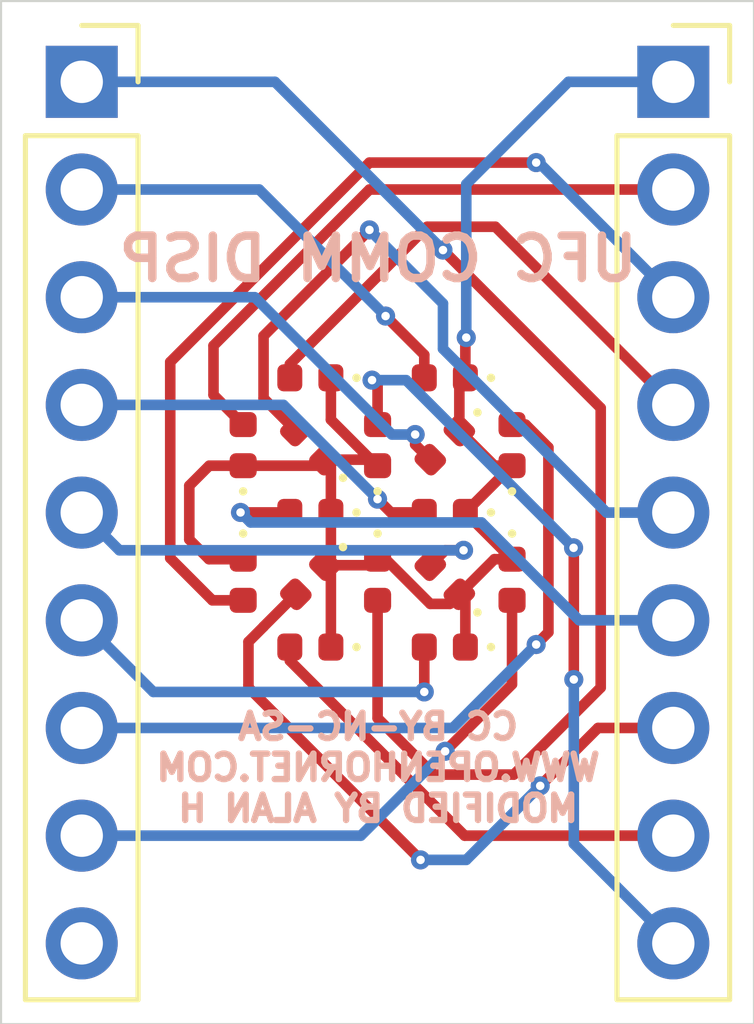
<source format=kicad_pcb>
(kicad_pcb (version 20171130) (host pcbnew "(5.1.9)-1")

  (general
    (thickness 1.6)
    (drawings 6)
    (tracks 150)
    (zones 0)
    (modules 18)
    (nets 19)
  )

  (page A4)
  (layers
    (0 F.Cu signal)
    (31 B.Cu signal)
    (32 B.Adhes user)
    (33 F.Adhes user)
    (34 B.Paste user)
    (35 F.Paste user)
    (36 B.SilkS user)
    (37 F.SilkS user)
    (38 B.Mask user)
    (39 F.Mask user)
    (40 Dwgs.User user)
    (41 Cmts.User user)
    (42 Eco1.User user)
    (43 Eco2.User user)
    (44 Edge.Cuts user)
    (45 Margin user)
    (46 B.CrtYd user)
    (47 F.CrtYd user)
    (48 B.Fab user)
    (49 F.Fab user)
  )

  (setup
    (last_trace_width 0.25)
    (user_trace_width 0.1524)
    (user_trace_width 0.2032)
    (user_trace_width 0.3048)
    (user_trace_width 0.4572)
    (user_trace_width 0.1524)
    (user_trace_width 0.2032)
    (user_trace_width 0.3048)
    (user_trace_width 0.4572)
    (trace_clearance 0.2)
    (zone_clearance 0.508)
    (zone_45_only no)
    (trace_min 0.127)
    (via_size 0.8)
    (via_drill 0.4)
    (via_min_size 0.45)
    (via_min_drill 0.2)
    (user_via 0.45 0.2)
    (user_via 0.45 0.2)
    (uvia_size 0.3)
    (uvia_drill 0.1)
    (uvias_allowed no)
    (uvia_min_size 0.2)
    (uvia_min_drill 0.1)
    (edge_width 0.05)
    (segment_width 0.2)
    (pcb_text_width 0.3)
    (pcb_text_size 1.5 1.5)
    (mod_edge_width 0.12)
    (mod_text_size 1 1)
    (mod_text_width 0.15)
    (pad_size 0.59 0.64)
    (pad_drill 0)
    (pad_to_mask_clearance 0.051)
    (solder_mask_min_width 0.25)
    (aux_axis_origin 151.945 52.19)
    (grid_origin 151.945 52.19)
    (visible_elements 7FFFFFDF)
    (pcbplotparams
      (layerselection 0x010fc_ffffffff)
      (usegerberextensions false)
      (usegerberattributes false)
      (usegerberadvancedattributes false)
      (creategerberjobfile false)
      (excludeedgelayer true)
      (linewidth 0.100000)
      (plotframeref false)
      (viasonmask false)
      (mode 1)
      (useauxorigin false)
      (hpglpennumber 1)
      (hpglpenspeed 20)
      (hpglpendiameter 15.000000)
      (psnegative false)
      (psa4output false)
      (plotreference true)
      (plotvalue true)
      (plotinvisibletext false)
      (padsonsilk false)
      (subtractmaskfromsilk false)
      (outputformat 1)
      (mirror false)
      (drillshape 0)
      (scaleselection 1)
      (outputdirectory "gerbers"))
  )

  (net 0 "")
  (net 1 /COM)
  (net 2 /SEGA)
  (net 3 /SEGB)
  (net 4 /SEGC)
  (net 5 /SEGD)
  (net 6 /SEGE)
  (net 7 /SEGF)
  (net 8 /SEGG)
  (net 9 /SEGH)
  (net 10 /SEGJ)
  (net 11 /SEGK)
  (net 12 /SEGL)
  (net 13 /SEGM)
  (net 14 /SEGN)
  (net 15 /SEGP)
  (net 16 /SEGQ)
  (net 17 /SEGDP)
  (net 18 "Net-(J2-Pad9)")

  (net_class Default "This is the default net class."
    (clearance 0.2)
    (trace_width 0.25)
    (via_dia 0.8)
    (via_drill 0.4)
    (uvia_dia 0.3)
    (uvia_drill 0.1)
    (add_net /COM)
    (add_net /SEGA)
    (add_net /SEGB)
    (add_net /SEGC)
    (add_net /SEGD)
    (add_net /SEGDP)
    (add_net /SEGE)
    (add_net /SEGF)
    (add_net /SEGG)
    (add_net /SEGH)
    (add_net /SEGJ)
    (add_net /SEGK)
    (add_net /SEGL)
    (add_net /SEGM)
    (add_net /SEGN)
    (add_net /SEGP)
    (add_net /SEGQ)
    (add_net "Net-(J2-Pad9)")
  )

  (module LED_SMD:LED_0402_1005Metric (layer F.Cu) (tedit 5B301BBE) (tstamp 5FB85027)
    (at 160.519 55.9965 180)
    (descr "LED SMD 0402 (1005 Metric), square (rectangular) end terminal, IPC_7351 nominal, (Body size source: http://www.tortai-tech.com/upload/download/2011102023233369053.pdf), generated with kicad-footprint-generator")
    (tags LED)
    (path /5FB5EA18)
    (attr smd)
    (fp_text reference D10 (at 0 -1.17) (layer F.SilkS) hide
      (effects (font (size 1 1) (thickness 0.15)))
    )
    (fp_text value LED (at 0 1.17) (layer F.Fab)
      (effects (font (size 1 1) (thickness 0.15)))
    )
    (fp_circle (center -1.09 0) (end -1.04 0) (layer F.SilkS) (width 0.1))
    (fp_line (start -0.5 0.25) (end -0.5 -0.25) (layer F.Fab) (width 0.1))
    (fp_line (start -0.5 -0.25) (end 0.5 -0.25) (layer F.Fab) (width 0.1))
    (fp_line (start 0.5 -0.25) (end 0.5 0.25) (layer F.Fab) (width 0.1))
    (fp_line (start 0.5 0.25) (end -0.5 0.25) (layer F.Fab) (width 0.1))
    (fp_line (start -0.4 0.25) (end -0.4 -0.25) (layer F.Fab) (width 0.1))
    (fp_line (start -0.3 0.25) (end -0.3 -0.25) (layer F.Fab) (width 0.1))
    (fp_line (start -0.93 0.47) (end -0.93 -0.47) (layer F.CrtYd) (width 0.05))
    (fp_line (start -0.93 -0.47) (end 0.93 -0.47) (layer F.CrtYd) (width 0.05))
    (fp_line (start 0.93 -0.47) (end 0.93 0.47) (layer F.CrtYd) (width 0.05))
    (fp_line (start 0.93 0.47) (end -0.93 0.47) (layer F.CrtYd) (width 0.05))
    (fp_text user %R (at 0 0) (layer F.Fab)
      (effects (font (size 0.25 0.25) (thickness 0.04)))
    )
    (pad 1 smd roundrect (at -0.485 0 180) (size 0.59 0.64) (layers F.Cu F.Paste F.Mask) (roundrect_rratio 0.25)
      (net 1 /COM))
    (pad 2 smd roundrect (at 0.485 0 180) (size 0.59 0.64) (layers F.Cu F.Paste F.Mask) (roundrect_rratio 0.25)
      (net 11 /SEGK))
    (model ${KISYS3DMOD}/LED_SMD.3dshapes/LED_0402_1005Metric.wrl
      (at (xyz 0 0 0))
      (scale (xyz 1 1 1))
      (rotate (xyz 0 0 0))
    )
  )

  (module Connector_PinSocket_2.54mm:PinSocket_1x09_P2.54mm_Vertical (layer F.Cu) (tedit 5A19A431) (tstamp 609C29DA)
    (at 151.945 49.015)
    (descr "Through hole straight socket strip, 1x09, 2.54mm pitch, single row (from Kicad 4.0.7), script generated")
    (tags "Through hole socket strip THT 1x09 2.54mm single row")
    (path /609EC839)
    (fp_text reference J2 (at 0 -2.77) (layer F.SilkS)
      (effects (font (size 1 1) (thickness 0.15)))
    )
    (fp_text value Conn_01x09_Male (at 0 23.09) (layer F.Fab)
      (effects (font (size 1 1) (thickness 0.15)))
    )
    (fp_line (start -1.8 22.1) (end -1.8 -1.8) (layer F.CrtYd) (width 0.05))
    (fp_line (start 1.75 22.1) (end -1.8 22.1) (layer F.CrtYd) (width 0.05))
    (fp_line (start 1.75 -1.8) (end 1.75 22.1) (layer F.CrtYd) (width 0.05))
    (fp_line (start -1.8 -1.8) (end 1.75 -1.8) (layer F.CrtYd) (width 0.05))
    (fp_line (start 0 -1.33) (end 1.33 -1.33) (layer F.SilkS) (width 0.12))
    (fp_line (start 1.33 -1.33) (end 1.33 0) (layer F.SilkS) (width 0.12))
    (fp_line (start 1.33 1.27) (end 1.33 21.65) (layer F.SilkS) (width 0.12))
    (fp_line (start -1.33 21.65) (end 1.33 21.65) (layer F.SilkS) (width 0.12))
    (fp_line (start -1.33 1.27) (end -1.33 21.65) (layer F.SilkS) (width 0.12))
    (fp_line (start -1.33 1.27) (end 1.33 1.27) (layer F.SilkS) (width 0.12))
    (fp_line (start -1.27 21.59) (end -1.27 -1.27) (layer F.Fab) (width 0.1))
    (fp_line (start 1.27 21.59) (end -1.27 21.59) (layer F.Fab) (width 0.1))
    (fp_line (start 1.27 -0.635) (end 1.27 21.59) (layer F.Fab) (width 0.1))
    (fp_line (start 0.635 -1.27) (end 1.27 -0.635) (layer F.Fab) (width 0.1))
    (fp_line (start -1.27 -1.27) (end 0.635 -1.27) (layer F.Fab) (width 0.1))
    (fp_text user %R (at 0 10.16 90) (layer F.Fab)
      (effects (font (size 1 1) (thickness 0.15)))
    )
    (pad 9 thru_hole oval (at 0 20.32) (size 1.7 1.7) (drill 1) (layers *.Cu *.Mask)
      (net 18 "Net-(J2-Pad9)"))
    (pad 8 thru_hole oval (at 0 17.78) (size 1.7 1.7) (drill 1) (layers *.Cu *.Mask)
      (net 17 /SEGDP))
    (pad 7 thru_hole oval (at 0 15.24) (size 1.7 1.7) (drill 1) (layers *.Cu *.Mask)
      (net 16 /SEGQ))
    (pad 6 thru_hole oval (at 0 12.7) (size 1.7 1.7) (drill 1) (layers *.Cu *.Mask)
      (net 15 /SEGP))
    (pad 5 thru_hole oval (at 0 10.16) (size 1.7 1.7) (drill 1) (layers *.Cu *.Mask)
      (net 14 /SEGN))
    (pad 4 thru_hole oval (at 0 7.62) (size 1.7 1.7) (drill 1) (layers *.Cu *.Mask)
      (net 13 /SEGM))
    (pad 3 thru_hole oval (at 0 5.08) (size 1.7 1.7) (drill 1) (layers *.Cu *.Mask)
      (net 12 /SEGL))
    (pad 2 thru_hole oval (at 0 2.54) (size 1.7 1.7) (drill 1) (layers *.Cu *.Mask)
      (net 11 /SEGK))
    (pad 1 thru_hole rect (at 0 0) (size 1.7 1.7) (drill 1) (layers *.Cu *.Mask)
      (net 10 /SEGJ))
    (model ${KISYS3DMOD}/Connector_PinSocket_2.54mm.3dshapes/PinSocket_1x09_P2.54mm_Vertical.wrl
      (at (xyz 0 0 0))
      (scale (xyz 1 1 1))
      (rotate (xyz 0 0 0))
    )
  )

  (module Connector_PinSocket_2.54mm:PinSocket_1x09_P2.54mm_Vertical (layer F.Cu) (tedit 5A19A431) (tstamp 609C29BD)
    (at 165.915 49.015)
    (descr "Through hole straight socket strip, 1x09, 2.54mm pitch, single row (from Kicad 4.0.7), script generated")
    (tags "Through hole socket strip THT 1x09 2.54mm single row")
    (path /609EAB08)
    (fp_text reference J1 (at 0 -2.77) (layer F.SilkS)
      (effects (font (size 1 1) (thickness 0.15)))
    )
    (fp_text value Conn_01x09_Male (at 0 23.09) (layer F.Fab)
      (effects (font (size 1 1) (thickness 0.15)))
    )
    (fp_line (start -1.8 22.1) (end -1.8 -1.8) (layer F.CrtYd) (width 0.05))
    (fp_line (start 1.75 22.1) (end -1.8 22.1) (layer F.CrtYd) (width 0.05))
    (fp_line (start 1.75 -1.8) (end 1.75 22.1) (layer F.CrtYd) (width 0.05))
    (fp_line (start -1.8 -1.8) (end 1.75 -1.8) (layer F.CrtYd) (width 0.05))
    (fp_line (start 0 -1.33) (end 1.33 -1.33) (layer F.SilkS) (width 0.12))
    (fp_line (start 1.33 -1.33) (end 1.33 0) (layer F.SilkS) (width 0.12))
    (fp_line (start 1.33 1.27) (end 1.33 21.65) (layer F.SilkS) (width 0.12))
    (fp_line (start -1.33 21.65) (end 1.33 21.65) (layer F.SilkS) (width 0.12))
    (fp_line (start -1.33 1.27) (end -1.33 21.65) (layer F.SilkS) (width 0.12))
    (fp_line (start -1.33 1.27) (end 1.33 1.27) (layer F.SilkS) (width 0.12))
    (fp_line (start -1.27 21.59) (end -1.27 -1.27) (layer F.Fab) (width 0.1))
    (fp_line (start 1.27 21.59) (end -1.27 21.59) (layer F.Fab) (width 0.1))
    (fp_line (start 1.27 -0.635) (end 1.27 21.59) (layer F.Fab) (width 0.1))
    (fp_line (start 0.635 -1.27) (end 1.27 -0.635) (layer F.Fab) (width 0.1))
    (fp_line (start -1.27 -1.27) (end 0.635 -1.27) (layer F.Fab) (width 0.1))
    (fp_text user %R (at 0 10.16 90) (layer F.Fab)
      (effects (font (size 1 1) (thickness 0.15)))
    )
    (pad 9 thru_hole oval (at 0 20.32) (size 1.7 1.7) (drill 1) (layers *.Cu *.Mask)
      (net 9 /SEGH))
    (pad 8 thru_hole oval (at 0 17.78) (size 1.7 1.7) (drill 1) (layers *.Cu *.Mask)
      (net 8 /SEGG))
    (pad 7 thru_hole oval (at 0 15.24) (size 1.7 1.7) (drill 1) (layers *.Cu *.Mask)
      (net 7 /SEGF))
    (pad 6 thru_hole oval (at 0 12.7) (size 1.7 1.7) (drill 1) (layers *.Cu *.Mask)
      (net 6 /SEGE))
    (pad 5 thru_hole oval (at 0 10.16) (size 1.7 1.7) (drill 1) (layers *.Cu *.Mask)
      (net 5 /SEGD))
    (pad 4 thru_hole oval (at 0 7.62) (size 1.7 1.7) (drill 1) (layers *.Cu *.Mask)
      (net 4 /SEGC))
    (pad 3 thru_hole oval (at 0 5.08) (size 1.7 1.7) (drill 1) (layers *.Cu *.Mask)
      (net 3 /SEGB))
    (pad 2 thru_hole oval (at 0 2.54) (size 1.7 1.7) (drill 1) (layers *.Cu *.Mask)
      (net 2 /SEGA))
    (pad 1 thru_hole rect (at 0 0) (size 1.7 1.7) (drill 1) (layers *.Cu *.Mask)
      (net 1 /COM))
    (model ${KISYS3DMOD}/Connector_PinSocket_2.54mm.3dshapes/PinSocket_1x09_P2.54mm_Vertical.wrl
      (at (xyz 0 0 0))
      (scale (xyz 1 1 1))
      (rotate (xyz 0 0 0))
    )
  )

  (module LED_SMD:LED_0402_1005Metric (layer F.Cu) (tedit 5B301BBE) (tstamp 5FB850D1)
    (at 162.1065 60.759 270)
    (descr "LED SMD 0402 (1005 Metric), square (rectangular) end terminal, IPC_7351 nominal, (Body size source: http://www.tortai-tech.com/upload/download/2011102023233369053.pdf), generated with kicad-footprint-generator")
    (tags LED)
    (path /5FB5EA60)
    (attr smd)
    (fp_text reference D16 (at 0 -1.17 90) (layer F.SilkS) hide
      (effects (font (size 1 1) (thickness 0.15)))
    )
    (fp_text value LED (at 0 1.17 90) (layer F.Fab)
      (effects (font (size 1 1) (thickness 0.15)))
    )
    (fp_circle (center -1.09 0) (end -1.04 0) (layer F.SilkS) (width 0.1))
    (fp_line (start -0.5 0.25) (end -0.5 -0.25) (layer F.Fab) (width 0.1))
    (fp_line (start -0.5 -0.25) (end 0.5 -0.25) (layer F.Fab) (width 0.1))
    (fp_line (start 0.5 -0.25) (end 0.5 0.25) (layer F.Fab) (width 0.1))
    (fp_line (start 0.5 0.25) (end -0.5 0.25) (layer F.Fab) (width 0.1))
    (fp_line (start -0.4 0.25) (end -0.4 -0.25) (layer F.Fab) (width 0.1))
    (fp_line (start -0.3 0.25) (end -0.3 -0.25) (layer F.Fab) (width 0.1))
    (fp_line (start -0.93 0.47) (end -0.93 -0.47) (layer F.CrtYd) (width 0.05))
    (fp_line (start -0.93 -0.47) (end 0.93 -0.47) (layer F.CrtYd) (width 0.05))
    (fp_line (start 0.93 -0.47) (end 0.93 0.47) (layer F.CrtYd) (width 0.05))
    (fp_line (start 0.93 0.47) (end -0.93 0.47) (layer F.CrtYd) (width 0.05))
    (fp_text user %R (at 0 0 90) (layer F.Fab)
      (effects (font (size 0.25 0.25) (thickness 0.04)))
    )
    (pad 1 smd roundrect (at -0.485 0 270) (size 0.59 0.64) (layers F.Cu F.Paste F.Mask) (roundrect_rratio 0.25)
      (net 1 /COM))
    (pad 2 smd roundrect (at 0.485 0 270) (size 0.59 0.64) (layers F.Cu F.Paste F.Mask) (roundrect_rratio 0.25)
      (net 17 /SEGDP))
    (model ${KISYS3DMOD}/LED_SMD.3dshapes/LED_0402_1005Metric.wrl
      (at (xyz 0 0 0))
      (scale (xyz 1 1 1))
      (rotate (xyz 0 0 0))
    )
  )

  (module LED_SMD:LED_0402_1005Metric (layer F.Cu) (tedit 5B301BBE) (tstamp 5FB850C0)
    (at 160.519 62.3465 180)
    (descr "LED SMD 0402 (1005 Metric), square (rectangular) end terminal, IPC_7351 nominal, (Body size source: http://www.tortai-tech.com/upload/download/2011102023233369053.pdf), generated with kicad-footprint-generator")
    (tags LED)
    (path /5FB5EA48)
    (attr smd)
    (fp_text reference D14 (at 0 -1.17) (layer F.SilkS) hide
      (effects (font (size 1 1) (thickness 0.15)))
    )
    (fp_text value LED (at 0 1.17) (layer F.Fab)
      (effects (font (size 1 1) (thickness 0.15)))
    )
    (fp_circle (center -1.09 0) (end -1.04 0) (layer F.SilkS) (width 0.1))
    (fp_line (start -0.5 0.25) (end -0.5 -0.25) (layer F.Fab) (width 0.1))
    (fp_line (start -0.5 -0.25) (end 0.5 -0.25) (layer F.Fab) (width 0.1))
    (fp_line (start 0.5 -0.25) (end 0.5 0.25) (layer F.Fab) (width 0.1))
    (fp_line (start 0.5 0.25) (end -0.5 0.25) (layer F.Fab) (width 0.1))
    (fp_line (start -0.4 0.25) (end -0.4 -0.25) (layer F.Fab) (width 0.1))
    (fp_line (start -0.3 0.25) (end -0.3 -0.25) (layer F.Fab) (width 0.1))
    (fp_line (start -0.93 0.47) (end -0.93 -0.47) (layer F.CrtYd) (width 0.05))
    (fp_line (start -0.93 -0.47) (end 0.93 -0.47) (layer F.CrtYd) (width 0.05))
    (fp_line (start 0.93 -0.47) (end 0.93 0.47) (layer F.CrtYd) (width 0.05))
    (fp_line (start 0.93 0.47) (end -0.93 0.47) (layer F.CrtYd) (width 0.05))
    (fp_text user %R (at 0 0) (layer F.Fab)
      (effects (font (size 0.25 0.25) (thickness 0.04)))
    )
    (pad 1 smd roundrect (at -0.485 0 180) (size 0.59 0.64) (layers F.Cu F.Paste F.Mask) (roundrect_rratio 0.25)
      (net 1 /COM))
    (pad 2 smd roundrect (at 0.485 0 180) (size 0.59 0.64) (layers F.Cu F.Paste F.Mask) (roundrect_rratio 0.25)
      (net 15 /SEGP))
    (model ${KISYS3DMOD}/LED_SMD.3dshapes/LED_0402_1005Metric.wrl
      (at (xyz 0 0 0))
      (scale (xyz 1 1 1))
      (rotate (xyz 0 0 0))
    )
  )

  (module LED_SMD:LED_0402_1005Metric (layer F.Cu) (tedit 5B301BBE) (tstamp 5FB850AF)
    (at 160.519 60.759 135)
    (descr "LED SMD 0402 (1005 Metric), square (rectangular) end terminal, IPC_7351 nominal, (Body size source: http://www.tortai-tech.com/upload/download/2011102023233369053.pdf), generated with kicad-footprint-generator")
    (tags LED)
    (path /5FB5EA3C)
    (attr smd)
    (fp_text reference D13 (at 0 -1.17 135) (layer F.SilkS) hide
      (effects (font (size 1 1) (thickness 0.15)))
    )
    (fp_text value LED (at 0 1.17 135) (layer F.Fab)
      (effects (font (size 1 1) (thickness 0.15)))
    )
    (fp_line (start 0.93 0.47) (end -0.93 0.47) (layer F.CrtYd) (width 0.05))
    (fp_line (start 0.93 -0.47) (end 0.93 0.47) (layer F.CrtYd) (width 0.05))
    (fp_line (start -0.93 -0.47) (end 0.93 -0.47) (layer F.CrtYd) (width 0.05))
    (fp_line (start -0.93 0.47) (end -0.93 -0.47) (layer F.CrtYd) (width 0.05))
    (fp_line (start -0.3 0.25) (end -0.3 -0.25) (layer F.Fab) (width 0.1))
    (fp_line (start -0.4 0.25) (end -0.4 -0.25) (layer F.Fab) (width 0.1))
    (fp_line (start 0.5 0.25) (end -0.5 0.25) (layer F.Fab) (width 0.1))
    (fp_line (start 0.5 -0.25) (end 0.5 0.25) (layer F.Fab) (width 0.1))
    (fp_line (start -0.5 -0.25) (end 0.5 -0.25) (layer F.Fab) (width 0.1))
    (fp_line (start -0.5 0.25) (end -0.5 -0.25) (layer F.Fab) (width 0.1))
    (fp_circle (center -1.09 0) (end -1.04 0) (layer F.SilkS) (width 0.1))
    (fp_text user %R (at 0 0 135) (layer F.Fab)
      (effects (font (size 0.25 0.25) (thickness 0.04)))
    )
    (pad 2 smd roundrect (at 0.485 0 135) (size 0.59 0.64) (layers F.Cu F.Paste F.Mask) (roundrect_rratio 0.25)
      (net 14 /SEGN))
    (pad 1 smd roundrect (at -0.485 0 135) (size 0.59 0.64) (layers F.Cu F.Paste F.Mask) (roundrect_rratio 0.25)
      (net 1 /COM))
    (model ${KISYS3DMOD}/LED_SMD.3dshapes/LED_0402_1005Metric.wrl
      (at (xyz 0 0 0))
      (scale (xyz 1 1 1))
      (rotate (xyz 0 0 0))
    )
  )

  (module LED_SMD:LED_0402_1005Metric (layer F.Cu) (tedit 5B301BBE) (tstamp 5FB8509E)
    (at 155.7565 60.759 270)
    (descr "LED SMD 0402 (1005 Metric), square (rectangular) end terminal, IPC_7351 nominal, (Body size source: http://www.tortai-tech.com/upload/download/2011102023233369053.pdf), generated with kicad-footprint-generator")
    (tags LED)
    (path /5FB5A1A3)
    (attr smd)
    (fp_text reference D2 (at 0 -1.17 90) (layer F.SilkS) hide
      (effects (font (size 1 1) (thickness 0.15)))
    )
    (fp_text value LED (at 0 1.17 90) (layer F.Fab)
      (effects (font (size 1 1) (thickness 0.15)))
    )
    (fp_circle (center -1.09 0) (end -1.04 0) (layer F.SilkS) (width 0.1))
    (fp_line (start -0.5 0.25) (end -0.5 -0.25) (layer F.Fab) (width 0.1))
    (fp_line (start -0.5 -0.25) (end 0.5 -0.25) (layer F.Fab) (width 0.1))
    (fp_line (start 0.5 -0.25) (end 0.5 0.25) (layer F.Fab) (width 0.1))
    (fp_line (start 0.5 0.25) (end -0.5 0.25) (layer F.Fab) (width 0.1))
    (fp_line (start -0.4 0.25) (end -0.4 -0.25) (layer F.Fab) (width 0.1))
    (fp_line (start -0.3 0.25) (end -0.3 -0.25) (layer F.Fab) (width 0.1))
    (fp_line (start -0.93 0.47) (end -0.93 -0.47) (layer F.CrtYd) (width 0.05))
    (fp_line (start -0.93 -0.47) (end 0.93 -0.47) (layer F.CrtYd) (width 0.05))
    (fp_line (start 0.93 -0.47) (end 0.93 0.47) (layer F.CrtYd) (width 0.05))
    (fp_line (start 0.93 0.47) (end -0.93 0.47) (layer F.CrtYd) (width 0.05))
    (fp_text user %R (at 0 0 90) (layer F.Fab)
      (effects (font (size 0.25 0.25) (thickness 0.04)))
    )
    (pad 1 smd roundrect (at -0.485 0 270) (size 0.59 0.64) (layers F.Cu F.Paste F.Mask) (roundrect_rratio 0.25)
      (net 1 /COM))
    (pad 2 smd roundrect (at 0.485 0 270) (size 0.59 0.64) (layers F.Cu F.Paste F.Mask) (roundrect_rratio 0.25)
      (net 3 /SEGB))
    (model ${KISYS3DMOD}/LED_SMD.3dshapes/LED_0402_1005Metric.wrl
      (at (xyz 0 0 0))
      (scale (xyz 1 1 1))
      (rotate (xyz 0 0 0))
    )
  )

  (module LED_SMD:LED_0402_1005Metric (layer F.Cu) (tedit 5B301BBE) (tstamp 5FB8508D)
    (at 157.344 60.759 225)
    (descr "LED SMD 0402 (1005 Metric), square (rectangular) end terminal, IPC_7351 nominal, (Body size source: http://www.tortai-tech.com/upload/download/2011102023233369053.pdf), generated with kicad-footprint-generator")
    (tags LED)
    (path /5FB5BEF2)
    (attr smd)
    (fp_text reference D6 (at 0 -1.17 45) (layer F.SilkS) hide
      (effects (font (size 1 1) (thickness 0.15)))
    )
    (fp_text value LED (at 0 1.17 45) (layer F.Fab)
      (effects (font (size 1 1) (thickness 0.15)))
    )
    (fp_circle (center -1.09 0) (end -1.04 0) (layer F.SilkS) (width 0.1))
    (fp_line (start -0.5 0.25) (end -0.5 -0.25) (layer F.Fab) (width 0.1))
    (fp_line (start -0.5 -0.25) (end 0.5 -0.25) (layer F.Fab) (width 0.1))
    (fp_line (start 0.5 -0.25) (end 0.5 0.25) (layer F.Fab) (width 0.1))
    (fp_line (start 0.5 0.25) (end -0.5 0.25) (layer F.Fab) (width 0.1))
    (fp_line (start -0.4 0.25) (end -0.4 -0.25) (layer F.Fab) (width 0.1))
    (fp_line (start -0.3 0.25) (end -0.3 -0.25) (layer F.Fab) (width 0.1))
    (fp_line (start -0.93 0.47) (end -0.93 -0.47) (layer F.CrtYd) (width 0.05))
    (fp_line (start -0.93 -0.47) (end 0.93 -0.47) (layer F.CrtYd) (width 0.05))
    (fp_line (start 0.93 -0.47) (end 0.93 0.47) (layer F.CrtYd) (width 0.05))
    (fp_line (start 0.93 0.47) (end -0.93 0.47) (layer F.CrtYd) (width 0.05))
    (fp_text user %R (at 0 0 45) (layer F.Fab)
      (effects (font (size 0.25 0.25) (thickness 0.04)))
    )
    (pad 1 smd roundrect (at -0.485 0 225) (size 0.59 0.64) (layers F.Cu F.Paste F.Mask) (roundrect_rratio 0.25)
      (net 1 /COM))
    (pad 2 smd roundrect (at 0.485 0 225) (size 0.59 0.64) (layers F.Cu F.Paste F.Mask) (roundrect_rratio 0.25)
      (net 7 /SEGF))
    (model ${KISYS3DMOD}/LED_SMD.3dshapes/LED_0402_1005Metric.wrl
      (at (xyz 0 0 0))
      (scale (xyz 1 1 1))
      (rotate (xyz 0 0 0))
    )
  )

  (module LED_SMD:LED_0402_1005Metric (layer F.Cu) (tedit 5B301BBE) (tstamp 5FB8507C)
    (at 157.344 57.584 135)
    (descr "LED SMD 0402 (1005 Metric), square (rectangular) end terminal, IPC_7351 nominal, (Body size source: http://www.tortai-tech.com/upload/download/2011102023233369053.pdf), generated with kicad-footprint-generator")
    (tags LED)
    (path /5FB5B136)
    (attr smd)
    (fp_text reference D4 (at 0 -1.17 135) (layer F.SilkS) hide
      (effects (font (size 0.6 0.6) (thickness 0.15)))
    )
    (fp_text value LED (at 0 1.17 135) (layer F.Fab)
      (effects (font (size 1 1) (thickness 0.15)))
    )
    (fp_circle (center -1.09 0) (end -1.04 0) (layer F.SilkS) (width 0.1))
    (fp_line (start -0.5 0.25) (end -0.5 -0.25) (layer F.Fab) (width 0.1))
    (fp_line (start -0.5 -0.25) (end 0.5 -0.25) (layer F.Fab) (width 0.1))
    (fp_line (start 0.5 -0.25) (end 0.5 0.25) (layer F.Fab) (width 0.1))
    (fp_line (start 0.5 0.25) (end -0.5 0.25) (layer F.Fab) (width 0.1))
    (fp_line (start -0.4 0.25) (end -0.4 -0.25) (layer F.Fab) (width 0.1))
    (fp_line (start -0.3 0.25) (end -0.3 -0.25) (layer F.Fab) (width 0.1))
    (fp_line (start -0.93 0.47) (end -0.93 -0.47) (layer F.CrtYd) (width 0.05))
    (fp_line (start -0.93 -0.47) (end 0.93 -0.47) (layer F.CrtYd) (width 0.05))
    (fp_line (start 0.93 -0.47) (end 0.93 0.47) (layer F.CrtYd) (width 0.05))
    (fp_line (start 0.93 0.47) (end -0.93 0.47) (layer F.CrtYd) (width 0.05))
    (fp_text user %R (at 0 0 135) (layer F.Fab)
      (effects (font (size 0.25 0.25) (thickness 0.04)))
    )
    (pad 1 smd roundrect (at -0.485 0 135) (size 0.59 0.64) (layers F.Cu F.Paste F.Mask) (roundrect_rratio 0.25)
      (net 1 /COM))
    (pad 2 smd roundrect (at 0.485 0 135) (size 0.59 0.64) (layers F.Cu F.Paste F.Mask) (roundrect_rratio 0.25)
      (net 5 /SEGD))
    (model ${KISYS3DMOD}/LED_SMD.3dshapes/LED_0402_1005Metric.wrl
      (at (xyz 0 0 0))
      (scale (xyz 1 1 1))
      (rotate (xyz 0 0 0))
    )
  )

  (module LED_SMD:LED_0402_1005Metric (layer F.Cu) (tedit 5B301BBE) (tstamp 5FB8506B)
    (at 160.519 57.584 225)
    (descr "LED SMD 0402 (1005 Metric), square (rectangular) end terminal, IPC_7351 nominal, (Body size source: http://www.tortai-tech.com/upload/download/2011102023233369053.pdf), generated with kicad-footprint-generator")
    (tags LED)
    (path /5FB5EA24)
    (attr smd)
    (fp_text reference D11 (at 0 -1.17 45) (layer F.SilkS) hide
      (effects (font (size 1 1) (thickness 0.15)))
    )
    (fp_text value LED (at 0 1.17 45) (layer F.Fab)
      (effects (font (size 1 1) (thickness 0.15)))
    )
    (fp_line (start 0.93 0.47) (end -0.93 0.47) (layer F.CrtYd) (width 0.05))
    (fp_line (start 0.93 -0.47) (end 0.93 0.47) (layer F.CrtYd) (width 0.05))
    (fp_line (start -0.93 -0.47) (end 0.93 -0.47) (layer F.CrtYd) (width 0.05))
    (fp_line (start -0.93 0.47) (end -0.93 -0.47) (layer F.CrtYd) (width 0.05))
    (fp_line (start -0.3 0.25) (end -0.3 -0.25) (layer F.Fab) (width 0.1))
    (fp_line (start -0.4 0.25) (end -0.4 -0.25) (layer F.Fab) (width 0.1))
    (fp_line (start 0.5 0.25) (end -0.5 0.25) (layer F.Fab) (width 0.1))
    (fp_line (start 0.5 -0.25) (end 0.5 0.25) (layer F.Fab) (width 0.1))
    (fp_line (start -0.5 -0.25) (end 0.5 -0.25) (layer F.Fab) (width 0.1))
    (fp_line (start -0.5 0.25) (end -0.5 -0.25) (layer F.Fab) (width 0.1))
    (fp_circle (center -1.09 0) (end -1.04 0) (layer F.SilkS) (width 0.1))
    (fp_text user %R (at 0 0 45) (layer F.Fab)
      (effects (font (size 0.25 0.25) (thickness 0.04)))
    )
    (pad 2 smd roundrect (at 0.485 0 225) (size 0.59 0.64) (layers F.Cu F.Paste F.Mask) (roundrect_rratio 0.25)
      (net 12 /SEGL))
    (pad 1 smd roundrect (at -0.485 0 225) (size 0.59 0.64) (layers F.Cu F.Paste F.Mask) (roundrect_rratio 0.25)
      (net 1 /COM))
    (model ${KISYS3DMOD}/LED_SMD.3dshapes/LED_0402_1005Metric.wrl
      (at (xyz 0 0 0))
      (scale (xyz 1 1 1))
      (rotate (xyz 0 0 0))
    )
  )

  (module LED_SMD:LED_0402_1005Metric (layer F.Cu) (tedit 5B301BBE) (tstamp 5FB8505A)
    (at 158.9315 57.584 90)
    (descr "LED SMD 0402 (1005 Metric), square (rectangular) end terminal, IPC_7351 nominal, (Body size source: http://www.tortai-tech.com/upload/download/2011102023233369053.pdf), generated with kicad-footprint-generator")
    (tags LED)
    (path /5FB5BF0A)
    (attr smd)
    (fp_text reference D8 (at 0 -1.17 90) (layer F.SilkS) hide
      (effects (font (size 1 1) (thickness 0.15)))
    )
    (fp_text value LED (at 0 1.17 90) (layer F.Fab)
      (effects (font (size 1 1) (thickness 0.15)))
    )
    (fp_circle (center -1.09 0) (end -1.04 0) (layer F.SilkS) (width 0.1))
    (fp_line (start -0.5 0.25) (end -0.5 -0.25) (layer F.Fab) (width 0.1))
    (fp_line (start -0.5 -0.25) (end 0.5 -0.25) (layer F.Fab) (width 0.1))
    (fp_line (start 0.5 -0.25) (end 0.5 0.25) (layer F.Fab) (width 0.1))
    (fp_line (start 0.5 0.25) (end -0.5 0.25) (layer F.Fab) (width 0.1))
    (fp_line (start -0.4 0.25) (end -0.4 -0.25) (layer F.Fab) (width 0.1))
    (fp_line (start -0.3 0.25) (end -0.3 -0.25) (layer F.Fab) (width 0.1))
    (fp_line (start -0.93 0.47) (end -0.93 -0.47) (layer F.CrtYd) (width 0.05))
    (fp_line (start -0.93 -0.47) (end 0.93 -0.47) (layer F.CrtYd) (width 0.05))
    (fp_line (start 0.93 -0.47) (end 0.93 0.47) (layer F.CrtYd) (width 0.05))
    (fp_line (start 0.93 0.47) (end -0.93 0.47) (layer F.CrtYd) (width 0.05))
    (fp_text user %R (at 0 0 90) (layer F.Fab)
      (effects (font (size 0.25 0.25) (thickness 0.04)))
    )
    (pad 1 smd roundrect (at -0.485 0 90) (size 0.59 0.64) (layers F.Cu F.Paste F.Mask) (roundrect_rratio 0.25)
      (net 1 /COM))
    (pad 2 smd roundrect (at 0.485 0 90) (size 0.59 0.64) (layers F.Cu F.Paste F.Mask) (roundrect_rratio 0.25)
      (net 9 /SEGH))
    (model ${KISYS3DMOD}/LED_SMD.3dshapes/LED_0402_1005Metric.wrl
      (at (xyz 0 0 0))
      (scale (xyz 1 1 1))
      (rotate (xyz 0 0 0))
    )
  )

  (module LED_SMD:LED_0402_1005Metric (layer F.Cu) (tedit 5B301BBE) (tstamp 5FB85049)
    (at 155.7565 57.584 90)
    (descr "LED SMD 0402 (1005 Metric), square (rectangular) end terminal, IPC_7351 nominal, (Body size source: http://www.tortai-tech.com/upload/download/2011102023233369053.pdf), generated with kicad-footprint-generator")
    (tags LED)
    (path /5FB59324)
    (attr smd)
    (fp_text reference D1 (at 0 -1.17 90) (layer F.SilkS) hide
      (effects (font (size 1 1) (thickness 0.15)))
    )
    (fp_text value LED (at 0 1.17 90) (layer F.Fab)
      (effects (font (size 1 1) (thickness 0.15)))
    )
    (fp_circle (center -1.09 0) (end -1.04 0) (layer F.SilkS) (width 0.1))
    (fp_line (start -0.5 0.25) (end -0.5 -0.25) (layer F.Fab) (width 0.1))
    (fp_line (start -0.5 -0.25) (end 0.5 -0.25) (layer F.Fab) (width 0.1))
    (fp_line (start 0.5 -0.25) (end 0.5 0.25) (layer F.Fab) (width 0.1))
    (fp_line (start 0.5 0.25) (end -0.5 0.25) (layer F.Fab) (width 0.1))
    (fp_line (start -0.4 0.25) (end -0.4 -0.25) (layer F.Fab) (width 0.1))
    (fp_line (start -0.3 0.25) (end -0.3 -0.25) (layer F.Fab) (width 0.1))
    (fp_line (start -0.93 0.47) (end -0.93 -0.47) (layer F.CrtYd) (width 0.05))
    (fp_line (start -0.93 -0.47) (end 0.93 -0.47) (layer F.CrtYd) (width 0.05))
    (fp_line (start 0.93 -0.47) (end 0.93 0.47) (layer F.CrtYd) (width 0.05))
    (fp_line (start 0.93 0.47) (end -0.93 0.47) (layer F.CrtYd) (width 0.05))
    (fp_text user %R (at 0 0 90) (layer F.Fab)
      (effects (font (size 0.25 0.25) (thickness 0.04)))
    )
    (pad 1 smd roundrect (at -0.485 0 90) (size 0.59 0.64) (layers F.Cu F.Paste F.Mask) (roundrect_rratio 0.25)
      (net 1 /COM))
    (pad 2 smd roundrect (at 0.485 0 90) (size 0.59 0.64) (layers F.Cu F.Paste F.Mask) (roundrect_rratio 0.25)
      (net 2 /SEGA))
    (model ${KISYS3DMOD}/LED_SMD.3dshapes/LED_0402_1005Metric.wrl
      (at (xyz 0 0 0))
      (scale (xyz 1 1 1))
      (rotate (xyz 0 0 0))
    )
  )

  (module LED_SMD:LED_0402_1005Metric (layer F.Cu) (tedit 5B301BBE) (tstamp 5FB85038)
    (at 160.519 59.1715 180)
    (descr "LED SMD 0402 (1005 Metric), square (rectangular) end terminal, IPC_7351 nominal, (Body size source: http://www.tortai-tech.com/upload/download/2011102023233369053.pdf), generated with kicad-footprint-generator")
    (tags LED)
    (path /5FB5EA30)
    (attr smd)
    (fp_text reference D12 (at 0 -1.17) (layer F.SilkS) hide
      (effects (font (size 1 1) (thickness 0.15)))
    )
    (fp_text value LED (at 0 1.17) (layer F.Fab)
      (effects (font (size 1 1) (thickness 0.15)))
    )
    (fp_circle (center -1.09 0) (end -1.04 0) (layer F.SilkS) (width 0.1))
    (fp_line (start -0.5 0.25) (end -0.5 -0.25) (layer F.Fab) (width 0.1))
    (fp_line (start -0.5 -0.25) (end 0.5 -0.25) (layer F.Fab) (width 0.1))
    (fp_line (start 0.5 -0.25) (end 0.5 0.25) (layer F.Fab) (width 0.1))
    (fp_line (start 0.5 0.25) (end -0.5 0.25) (layer F.Fab) (width 0.1))
    (fp_line (start -0.4 0.25) (end -0.4 -0.25) (layer F.Fab) (width 0.1))
    (fp_line (start -0.3 0.25) (end -0.3 -0.25) (layer F.Fab) (width 0.1))
    (fp_line (start -0.93 0.47) (end -0.93 -0.47) (layer F.CrtYd) (width 0.05))
    (fp_line (start -0.93 -0.47) (end 0.93 -0.47) (layer F.CrtYd) (width 0.05))
    (fp_line (start 0.93 -0.47) (end 0.93 0.47) (layer F.CrtYd) (width 0.05))
    (fp_line (start 0.93 0.47) (end -0.93 0.47) (layer F.CrtYd) (width 0.05))
    (fp_text user %R (at 0 0) (layer F.Fab)
      (effects (font (size 0.25 0.25) (thickness 0.04)))
    )
    (pad 1 smd roundrect (at -0.485 0 180) (size 0.59 0.64) (layers F.Cu F.Paste F.Mask) (roundrect_rratio 0.25)
      (net 1 /COM))
    (pad 2 smd roundrect (at 0.485 0 180) (size 0.59 0.64) (layers F.Cu F.Paste F.Mask) (roundrect_rratio 0.25)
      (net 13 /SEGM))
    (model ${KISYS3DMOD}/LED_SMD.3dshapes/LED_0402_1005Metric.wrl
      (at (xyz 0 0 0))
      (scale (xyz 1 1 1))
      (rotate (xyz 0 0 0))
    )
  )

  (module LED_SMD:LED_0402_1005Metric (layer F.Cu) (tedit 5B301BBE) (tstamp 5FB85016)
    (at 158.9315 60.759 270)
    (descr "LED SMD 0402 (1005 Metric), square (rectangular) end terminal, IPC_7351 nominal, (Body size source: http://www.tortai-tech.com/upload/download/2011102023233369053.pdf), generated with kicad-footprint-generator")
    (tags LED)
    (path /5FB5EA0C)
    (attr smd)
    (fp_text reference D9 (at 0 -1.17 90) (layer F.SilkS) hide
      (effects (font (size 1 1) (thickness 0.15)))
    )
    (fp_text value LED (at 0 1.17 90) (layer F.Fab)
      (effects (font (size 1 1) (thickness 0.15)))
    )
    (fp_circle (center -1.09 0) (end -1.04 0) (layer F.SilkS) (width 0.1))
    (fp_line (start -0.5 0.25) (end -0.5 -0.25) (layer F.Fab) (width 0.1))
    (fp_line (start -0.5 -0.25) (end 0.5 -0.25) (layer F.Fab) (width 0.1))
    (fp_line (start 0.5 -0.25) (end 0.5 0.25) (layer F.Fab) (width 0.1))
    (fp_line (start 0.5 0.25) (end -0.5 0.25) (layer F.Fab) (width 0.1))
    (fp_line (start -0.4 0.25) (end -0.4 -0.25) (layer F.Fab) (width 0.1))
    (fp_line (start -0.3 0.25) (end -0.3 -0.25) (layer F.Fab) (width 0.1))
    (fp_line (start -0.93 0.47) (end -0.93 -0.47) (layer F.CrtYd) (width 0.05))
    (fp_line (start -0.93 -0.47) (end 0.93 -0.47) (layer F.CrtYd) (width 0.05))
    (fp_line (start 0.93 -0.47) (end 0.93 0.47) (layer F.CrtYd) (width 0.05))
    (fp_line (start 0.93 0.47) (end -0.93 0.47) (layer F.CrtYd) (width 0.05))
    (fp_text user %R (at 0 0 90) (layer F.Fab)
      (effects (font (size 0.25 0.25) (thickness 0.04)))
    )
    (pad 1 smd roundrect (at -0.485 0 270) (size 0.59 0.64) (layers F.Cu F.Paste F.Mask) (roundrect_rratio 0.25)
      (net 1 /COM))
    (pad 2 smd roundrect (at 0.485 0 270) (size 0.59 0.64) (layers F.Cu F.Paste F.Mask) (roundrect_rratio 0.25)
      (net 10 /SEGJ))
    (model ${KISYS3DMOD}/LED_SMD.3dshapes/LED_0402_1005Metric.wrl
      (at (xyz 0 0 0))
      (scale (xyz 1 1 1))
      (rotate (xyz 0 0 0))
    )
  )

  (module LED_SMD:LED_0402_1005Metric (layer F.Cu) (tedit 5B301BBE) (tstamp 5FB85005)
    (at 157.344 59.1715 180)
    (descr "LED SMD 0402 (1005 Metric), square (rectangular) end terminal, IPC_7351 nominal, (Body size source: http://www.tortai-tech.com/upload/download/2011102023233369053.pdf), generated with kicad-footprint-generator")
    (tags LED)
    (path /5FB5BEE6)
    (attr smd)
    (fp_text reference D5 (at 0 -1.17) (layer F.SilkS) hide
      (effects (font (size 1 1) (thickness 0.15)))
    )
    (fp_text value LED (at 0 1.17) (layer F.Fab)
      (effects (font (size 1 1) (thickness 0.15)))
    )
    (fp_line (start 0.93 0.47) (end -0.93 0.47) (layer F.CrtYd) (width 0.05))
    (fp_line (start 0.93 -0.47) (end 0.93 0.47) (layer F.CrtYd) (width 0.05))
    (fp_line (start -0.93 -0.47) (end 0.93 -0.47) (layer F.CrtYd) (width 0.05))
    (fp_line (start -0.93 0.47) (end -0.93 -0.47) (layer F.CrtYd) (width 0.05))
    (fp_line (start -0.3 0.25) (end -0.3 -0.25) (layer F.Fab) (width 0.1))
    (fp_line (start -0.4 0.25) (end -0.4 -0.25) (layer F.Fab) (width 0.1))
    (fp_line (start 0.5 0.25) (end -0.5 0.25) (layer F.Fab) (width 0.1))
    (fp_line (start 0.5 -0.25) (end 0.5 0.25) (layer F.Fab) (width 0.1))
    (fp_line (start -0.5 -0.25) (end 0.5 -0.25) (layer F.Fab) (width 0.1))
    (fp_line (start -0.5 0.25) (end -0.5 -0.25) (layer F.Fab) (width 0.1))
    (fp_circle (center -1.09 0) (end -1.04 0) (layer F.SilkS) (width 0.1))
    (fp_text user %R (at 0 0) (layer F.Fab)
      (effects (font (size 0.25 0.25) (thickness 0.04)))
    )
    (pad 2 smd roundrect (at 0.485 0 180) (size 0.59 0.64) (layers F.Cu F.Paste F.Mask) (roundrect_rratio 0.25)
      (net 6 /SEGE))
    (pad 1 smd roundrect (at -0.485 0 180) (size 0.59 0.64) (layers F.Cu F.Paste F.Mask) (roundrect_rratio 0.25)
      (net 1 /COM))
    (model ${KISYS3DMOD}/LED_SMD.3dshapes/LED_0402_1005Metric.wrl
      (at (xyz 0 0 0))
      (scale (xyz 1 1 1))
      (rotate (xyz 0 0 0))
    )
  )

  (module LED_SMD:LED_0402_1005Metric (layer F.Cu) (tedit 5B301BBE) (tstamp 5FB84FF4)
    (at 157.344 55.9965 180)
    (descr "LED SMD 0402 (1005 Metric), square (rectangular) end terminal, IPC_7351 nominal, (Body size source: http://www.tortai-tech.com/upload/download/2011102023233369053.pdf), generated with kicad-footprint-generator")
    (tags LED)
    (path /5FB5B12A)
    (attr smd)
    (fp_text reference D3 (at 0 -1.17) (layer F.SilkS) hide
      (effects (font (size 1 1) (thickness 0.15)))
    )
    (fp_text value LED (at 0 1.17) (layer F.Fab)
      (effects (font (size 1 1) (thickness 0.15)))
    )
    (fp_line (start 0.93 0.47) (end -0.93 0.47) (layer F.CrtYd) (width 0.05))
    (fp_line (start 0.93 -0.47) (end 0.93 0.47) (layer F.CrtYd) (width 0.05))
    (fp_line (start -0.93 -0.47) (end 0.93 -0.47) (layer F.CrtYd) (width 0.05))
    (fp_line (start -0.93 0.47) (end -0.93 -0.47) (layer F.CrtYd) (width 0.05))
    (fp_line (start -0.3 0.25) (end -0.3 -0.25) (layer F.Fab) (width 0.1))
    (fp_line (start -0.4 0.25) (end -0.4 -0.25) (layer F.Fab) (width 0.1))
    (fp_line (start 0.5 0.25) (end -0.5 0.25) (layer F.Fab) (width 0.1))
    (fp_line (start 0.5 -0.25) (end 0.5 0.25) (layer F.Fab) (width 0.1))
    (fp_line (start -0.5 -0.25) (end 0.5 -0.25) (layer F.Fab) (width 0.1))
    (fp_line (start -0.5 0.25) (end -0.5 -0.25) (layer F.Fab) (width 0.1))
    (fp_circle (center -1.09 0) (end -1.04 0) (layer F.SilkS) (width 0.1))
    (fp_text user %R (at 0 0) (layer F.Fab)
      (effects (font (size 0.25 0.25) (thickness 0.04)))
    )
    (pad 2 smd roundrect (at 0.485 0 180) (size 0.59 0.64) (layers F.Cu F.Paste F.Mask) (roundrect_rratio 0.25)
      (net 4 /SEGC))
    (pad 1 smd roundrect (at -0.485 0 180) (size 0.59 0.64) (layers F.Cu F.Paste F.Mask) (roundrect_rratio 0.25)
      (net 1 /COM))
    (model ${KISYS3DMOD}/LED_SMD.3dshapes/LED_0402_1005Metric.wrl
      (at (xyz 0 0 0))
      (scale (xyz 1 1 1))
      (rotate (xyz 0 0 0))
    )
  )

  (module LED_SMD:LED_0402_1005Metric (layer F.Cu) (tedit 5B301BBE) (tstamp 5FB84FE3)
    (at 162.1065 57.584 90)
    (descr "LED SMD 0402 (1005 Metric), square (rectangular) end terminal, IPC_7351 nominal, (Body size source: http://www.tortai-tech.com/upload/download/2011102023233369053.pdf), generated with kicad-footprint-generator")
    (tags LED)
    (path /5FB5EA54)
    (attr smd)
    (fp_text reference D15 (at 0 -1.17 90) (layer F.SilkS) hide
      (effects (font (size 1 1) (thickness 0.15)))
    )
    (fp_text value LED (at 0 1.17 90) (layer F.Fab)
      (effects (font (size 1 1) (thickness 0.15)))
    )
    (fp_line (start 0.93 0.47) (end -0.93 0.47) (layer F.CrtYd) (width 0.05))
    (fp_line (start 0.93 -0.47) (end 0.93 0.47) (layer F.CrtYd) (width 0.05))
    (fp_line (start -0.93 -0.47) (end 0.93 -0.47) (layer F.CrtYd) (width 0.05))
    (fp_line (start -0.93 0.47) (end -0.93 -0.47) (layer F.CrtYd) (width 0.05))
    (fp_line (start -0.3 0.25) (end -0.3 -0.25) (layer F.Fab) (width 0.1))
    (fp_line (start -0.4 0.25) (end -0.4 -0.25) (layer F.Fab) (width 0.1))
    (fp_line (start 0.5 0.25) (end -0.5 0.25) (layer F.Fab) (width 0.1))
    (fp_line (start 0.5 -0.25) (end 0.5 0.25) (layer F.Fab) (width 0.1))
    (fp_line (start -0.5 -0.25) (end 0.5 -0.25) (layer F.Fab) (width 0.1))
    (fp_line (start -0.5 0.25) (end -0.5 -0.25) (layer F.Fab) (width 0.1))
    (fp_circle (center -1.09 0) (end -1.04 0) (layer F.SilkS) (width 0.1))
    (fp_text user %R (at 0 0 90) (layer F.Fab)
      (effects (font (size 0.25 0.25) (thickness 0.04)))
    )
    (pad 2 smd roundrect (at 0.485 0 90) (size 0.59 0.64) (layers F.Cu F.Paste F.Mask) (roundrect_rratio 0.25)
      (net 16 /SEGQ))
    (pad 1 smd roundrect (at -0.485 0 90) (size 0.59 0.64) (layers F.Cu F.Paste F.Mask) (roundrect_rratio 0.25)
      (net 1 /COM))
    (model ${KISYS3DMOD}/LED_SMD.3dshapes/LED_0402_1005Metric.wrl
      (at (xyz 0 0 0))
      (scale (xyz 1 1 1))
      (rotate (xyz 0 0 0))
    )
  )

  (module LED_SMD:LED_0402_1005Metric (layer F.Cu) (tedit 5B301BBE) (tstamp 5FB84FD2)
    (at 157.344 62.3465 180)
    (descr "LED SMD 0402 (1005 Metric), square (rectangular) end terminal, IPC_7351 nominal, (Body size source: http://www.tortai-tech.com/upload/download/2011102023233369053.pdf), generated with kicad-footprint-generator")
    (tags LED)
    (path /5FB5BEFE)
    (attr smd)
    (fp_text reference D7 (at 0 -1.17) (layer F.SilkS) hide
      (effects (font (size 1 1) (thickness 0.15)))
    )
    (fp_text value LED (at 0 1.17) (layer F.Fab)
      (effects (font (size 1 1) (thickness 0.15)))
    )
    (fp_line (start 0.93 0.47) (end -0.93 0.47) (layer F.CrtYd) (width 0.05))
    (fp_line (start 0.93 -0.47) (end 0.93 0.47) (layer F.CrtYd) (width 0.05))
    (fp_line (start -0.93 -0.47) (end 0.93 -0.47) (layer F.CrtYd) (width 0.05))
    (fp_line (start -0.93 0.47) (end -0.93 -0.47) (layer F.CrtYd) (width 0.05))
    (fp_line (start -0.3 0.25) (end -0.3 -0.25) (layer F.Fab) (width 0.1))
    (fp_line (start -0.4 0.25) (end -0.4 -0.25) (layer F.Fab) (width 0.1))
    (fp_line (start 0.5 0.25) (end -0.5 0.25) (layer F.Fab) (width 0.1))
    (fp_line (start 0.5 -0.25) (end 0.5 0.25) (layer F.Fab) (width 0.1))
    (fp_line (start -0.5 -0.25) (end 0.5 -0.25) (layer F.Fab) (width 0.1))
    (fp_line (start -0.5 0.25) (end -0.5 -0.25) (layer F.Fab) (width 0.1))
    (fp_circle (center -1.09 0) (end -1.04 0) (layer F.SilkS) (width 0.1))
    (fp_text user %R (at 0 0) (layer F.Fab)
      (effects (font (size 0.25 0.25) (thickness 0.04)))
    )
    (pad 2 smd roundrect (at 0.485 0 180) (size 0.59 0.64) (layers F.Cu F.Paste F.Mask) (roundrect_rratio 0.25)
      (net 8 /SEGG))
    (pad 1 smd roundrect (at -0.485 0 180) (size 0.59 0.64) (layers F.Cu F.Paste F.Mask) (roundrect_rratio 0.25)
      (net 1 /COM))
    (model ${KISYS3DMOD}/LED_SMD.3dshapes/LED_0402_1005Metric.wrl
      (at (xyz 0 0 0))
      (scale (xyz 1 1 1))
      (rotate (xyz 0 0 0))
    )
  )

  (gr_line (start 167.82 71.24) (end 167.82 47.11) (layer Edge.Cuts) (width 0.05) (tstamp 609C4896))
  (gr_line (start 150.04 47.11) (end 150.04 71.24) (layer Edge.Cuts) (width 0.05) (tstamp 609C4895))
  (gr_line (start 167.82 71.24) (end 150.04 71.24) (layer Edge.Cuts) (width 0.05))
  (gr_line (start 150.04 47.11) (end 167.82 47.11) (layer Edge.Cuts) (width 0.05))
  (gr_text "CC BY-NC-SA\nWWW.OPENHORNET.COM\nMODIFIED BY ALAN H" (at 158.945 65.19) (layer B.SilkS)
    (effects (font (size 0.6 0.6) (thickness 0.15)) (justify mirror))
  )
  (gr_text "UFC COMM DISP\n" (at 158.945 53.19) (layer B.SilkS)
    (effects (font (size 1 1) (thickness 0.2)) (justify mirror))
  )

  (via (at 161.0255 55.0475) (size 0.45) (drill 0.2) (layers F.Cu B.Cu) (net 1))
  (segment (start 158.789447 57.926947) (end 158.9315 58.069) (width 0.25) (layer F.Cu) (net 1))
  (segment (start 157.686947 57.926947) (end 158.789447 57.926947) (width 0.25) (layer F.Cu) (net 1))
  (segment (start 157.829 58.069) (end 157.686947 57.926947) (width 0.25) (layer F.Cu) (net 1))
  (segment (start 157.829 59.1715) (end 157.829 58.069) (width 0.25) (layer F.Cu) (net 1))
  (segment (start 157.829 60.274) (end 157.686947 60.416053) (width 0.25) (layer F.Cu) (net 1))
  (segment (start 157.829 59.1715) (end 157.829 60.274) (width 0.25) (layer F.Cu) (net 1))
  (segment (start 158.789447 60.416053) (end 158.9315 60.274) (width 0.25) (layer F.Cu) (net 1))
  (segment (start 157.686947 60.416053) (end 158.789447 60.416053) (width 0.25) (layer F.Cu) (net 1))
  (segment (start 160.635673 61.328221) (end 160.861947 61.101947) (width 0.25) (layer F.Cu) (net 1))
  (segment (start 160.176039 61.328221) (end 160.635673 61.328221) (width 0.25) (layer F.Cu) (net 1))
  (segment (start 159.121818 60.274) (end 160.176039 61.328221) (width 0.25) (layer F.Cu) (net 1))
  (segment (start 158.9315 60.274) (end 159.121818 60.274) (width 0.25) (layer F.Cu) (net 1))
  (segment (start 161.689894 60.274) (end 162.1065 60.274) (width 0.25) (layer F.Cu) (net 1))
  (segment (start 160.861947 61.101947) (end 161.689894 60.274) (width 0.25) (layer F.Cu) (net 1))
  (segment (start 162.1065 60.274) (end 161.004 59.1715) (width 0.25) (layer F.Cu) (net 1))
  (segment (start 161.004 59.1715) (end 162.1065 58.069) (width 0.25) (layer F.Cu) (net 1))
  (segment (start 161.689894 58.069) (end 160.861947 57.241053) (width 0.25) (layer F.Cu) (net 1))
  (segment (start 162.1065 58.069) (end 161.689894 58.069) (width 0.25) (layer F.Cu) (net 1))
  (segment (start 160.861947 56.138553) (end 161.004 55.9965) (width 0.25) (layer F.Cu) (net 1))
  (segment (start 160.861947 57.241053) (end 160.861947 56.138553) (width 0.25) (layer F.Cu) (net 1))
  (segment (start 157.829 56.984732) (end 157.829 55.9965) (width 0.25) (layer F.Cu) (net 1))
  (segment (start 158.913268 58.069) (end 157.829 56.984732) (width 0.25) (layer F.Cu) (net 1))
  (segment (start 158.9315 58.069) (end 158.913268 58.069) (width 0.25) (layer F.Cu) (net 1))
  (segment (start 155.7565 58.069) (end 155.4365 58.069) (width 0.25) (layer F.Cu) (net 1))
  (segment (start 157.829 60.558106) (end 157.686947 60.416053) (width 0.25) (layer F.Cu) (net 1))
  (segment (start 157.829 62.3465) (end 157.829 60.558106) (width 0.25) (layer F.Cu) (net 1))
  (segment (start 161.004 61.244) (end 160.861947 61.101947) (width 0.25) (layer F.Cu) (net 1))
  (segment (start 161.004 62.3465) (end 161.004 61.244) (width 0.25) (layer F.Cu) (net 1))
  (segment (start 154.485 58.54) (end 154.956 58.069) (width 0.25) (layer F.Cu) (net 1))
  (segment (start 154.485 59.81) (end 154.485 58.54) (width 0.25) (layer F.Cu) (net 1))
  (segment (start 154.956 58.069) (end 155.7565 58.069) (width 0.25) (layer F.Cu) (net 1))
  (segment (start 154.949 60.274) (end 154.485 59.81) (width 0.25) (layer F.Cu) (net 1))
  (segment (start 155.7565 60.274) (end 154.949 60.274) (width 0.25) (layer F.Cu) (net 1))
  (segment (start 157.544894 58.069) (end 157.686947 57.926947) (width 0.25) (layer F.Cu) (net 1))
  (segment (start 155.7565 58.069) (end 157.544894 58.069) (width 0.25) (layer F.Cu) (net 1))
  (segment (start 161.004 55.069) (end 161.0255 55.0475) (width 0.25) (layer F.Cu) (net 1))
  (segment (start 161.004 55.9965) (end 161.004 55.069) (width 0.25) (layer F.Cu) (net 1))
  (segment (start 163.4385 49.015) (end 165.915 49.015) (width 0.25) (layer B.Cu) (net 1))
  (segment (start 161.0255 51.428) (end 163.4385 49.015) (width 0.25) (layer B.Cu) (net 1))
  (segment (start 161.0255 55.0475) (end 161.0255 51.428) (width 0.25) (layer B.Cu) (net 1))
  (segment (start 158.7395 51.555) (end 165.915 51.555) (width 0.25) (layer F.Cu) (net 2))
  (segment (start 155.0565 55.238) (end 158.7395 51.555) (width 0.25) (layer F.Cu) (net 2))
  (segment (start 155.0565 56.399) (end 155.0565 55.238) (width 0.25) (layer F.Cu) (net 2))
  (segment (start 155.7565 57.099) (end 155.0565 56.399) (width 0.25) (layer F.Cu) (net 2))
  (via (at 162.6765 50.92) (size 0.45) (drill 0.2) (layers F.Cu B.Cu) (net 3))
  (segment (start 165.915 54.095) (end 162.74 50.92) (width 0.25) (layer B.Cu) (net 3))
  (segment (start 162.74 50.92) (end 162.6765 50.92) (width 0.25) (layer B.Cu) (net 3))
  (segment (start 155.7565 61.244) (end 155.03 61.244) (width 0.25) (layer F.Cu) (net 3))
  (segment (start 155.03 61.244) (end 154.03499 60.24899) (width 0.25) (layer F.Cu) (net 3))
  (segment (start 154.03499 60.24899) (end 154.03499 55.6231) (width 0.25) (layer F.Cu) (net 3))
  (segment (start 154.03499 55.6231) (end 158.73809 50.92) (width 0.25) (layer F.Cu) (net 3))
  (segment (start 158.73809 50.92) (end 162.6765 50.92) (width 0.25) (layer F.Cu) (net 3))
  (segment (start 160.10255 52.43295) (end 161.71295 52.43295) (width 0.25) (layer F.Cu) (net 4))
  (segment (start 156.859 55.6765) (end 160.10255 52.43295) (width 0.25) (layer F.Cu) (net 4))
  (segment (start 156.859 55.9965) (end 156.859 55.6765) (width 0.25) (layer F.Cu) (net 4))
  (segment (start 161.71295 52.43295) (end 165.915 56.635) (width 0.25) (layer F.Cu) (net 4))
  (segment (start 156.23899 56.47899) (end 156.23899 55.00801) (width 0.25) (layer F.Cu) (net 5))
  (segment (start 157.001053 57.241053) (end 156.23899 56.47899) (width 0.25) (layer F.Cu) (net 5))
  (segment (start 156.23899 55.00801) (end 158.7395 52.5075) (width 0.25) (layer F.Cu) (net 5))
  (segment (start 158.7395 52.5075) (end 158.7395 52.5075) (width 0.25) (layer F.Cu) (net 5) (tstamp 609C47F3))
  (via (at 158.7395 52.5075) (size 0.45) (drill 0.2) (layers F.Cu B.Cu) (net 5))
  (segment (start 164.338998 59.175) (end 165.915 59.175) (width 0.25) (layer B.Cu) (net 5))
  (segment (start 160.475499 55.311501) (end 164.338998 59.175) (width 0.25) (layer B.Cu) (net 5))
  (segment (start 160.475499 54.243499) (end 160.475499 55.311501) (width 0.25) (layer B.Cu) (net 5))
  (segment (start 158.7395 52.5075) (end 160.475499 54.243499) (width 0.25) (layer B.Cu) (net 5))
  (segment (start 156.859 59.1715) (end 155.695 59.1715) (width 0.25) (layer F.Cu) (net 6))
  (segment (start 155.695 59.1715) (end 155.695 59.1715) (width 0.25) (layer F.Cu) (net 6) (tstamp 609C43E3))
  (via (at 155.695 59.1715) (size 0.45) (drill 0.2) (layers F.Cu B.Cu) (net 6))
  (segment (start 155.931001 59.407501) (end 155.695 59.1715) (width 0.25) (layer B.Cu) (net 6))
  (segment (start 163.6925 61.715) (end 161.385001 59.407501) (width 0.25) (layer B.Cu) (net 6))
  (segment (start 161.385001 59.407501) (end 155.931001 59.407501) (width 0.25) (layer B.Cu) (net 6))
  (segment (start 165.915 61.715) (end 163.6925 61.715) (width 0.25) (layer B.Cu) (net 6))
  (segment (start 156.23899 61.86401) (end 156.23899 61.86601) (width 0.25) (layer F.Cu) (net 7))
  (segment (start 157.001053 61.101947) (end 156.23899 61.86401) (width 0.25) (layer F.Cu) (net 7))
  (segment (start 156.23899 61.86601) (end 155.882 62.223) (width 0.25) (layer F.Cu) (net 7))
  (segment (start 155.882 62.223) (end 155.882 63.239) (width 0.25) (layer F.Cu) (net 7))
  (segment (start 155.882 63.239) (end 155.882 63.3025) (width 0.25) (layer F.Cu) (net 7))
  (segment (start 155.882 63.3025) (end 159.946 67.3665) (width 0.25) (layer F.Cu) (net 7))
  (segment (start 159.946 67.3665) (end 159.946 67.3665) (width 0.25) (layer F.Cu) (net 7) (tstamp 609C4091))
  (via (at 159.946 67.3665) (size 0.45) (drill 0.2) (layers F.Cu B.Cu) (net 7))
  (segment (start 159.946 67.3665) (end 161.0255 67.3665) (width 0.25) (layer B.Cu) (net 7))
  (segment (start 161.0255 67.3665) (end 162.77175 65.62025) (width 0.25) (layer B.Cu) (net 7))
  (segment (start 162.77175 65.62025) (end 162.8035 65.5885) (width 0.25) (layer B.Cu) (net 7) (tstamp 609C40B3))
  (via (at 162.77175 65.62025) (size 0.45) (drill 0.2) (layers F.Cu B.Cu) (net 7))
  (segment (start 164.137 64.255) (end 162.77175 65.62025) (width 0.25) (layer F.Cu) (net 7))
  (segment (start 165.915 64.255) (end 164.137 64.255) (width 0.25) (layer F.Cu) (net 7))
  (segment (start 160.9875 66.795) (end 165.915 66.795) (width 0.25) (layer F.Cu) (net 8))
  (segment (start 156.859 62.6665) (end 160.9875 66.795) (width 0.25) (layer F.Cu) (net 8))
  (segment (start 156.859 62.3465) (end 156.859 62.6665) (width 0.25) (layer F.Cu) (net 8))
  (segment (start 163.5655 66.9855) (end 165.915 69.335) (width 0.25) (layer B.Cu) (net 9))
  (via (at 163.559751 60.006249) (size 0.45) (drill 0.2) (layers F.Cu B.Cu) (net 9))
  (segment (start 163.5655 63.112) (end 163.5655 66.9855) (width 0.25) (layer B.Cu) (net 9) (tstamp 609C468F))
  (via (at 163.5655 63.112) (size 0.45) (drill 0.2) (layers F.Cu B.Cu) (net 9))
  (segment (start 163.5655 60.011998) (end 163.559751 60.006249) (width 0.25) (layer F.Cu) (net 9))
  (segment (start 163.5655 63.112) (end 163.5655 60.011998) (width 0.25) (layer F.Cu) (net 9))
  (segment (start 158.9315 56.181976) (end 158.800446 56.050922) (width 0.25) (layer F.Cu) (net 9))
  (segment (start 158.9315 57.099) (end 158.9315 56.181976) (width 0.25) (layer F.Cu) (net 9))
  (via (at 158.800446 56.050922) (size 0.45) (drill 0.2) (layers F.Cu B.Cu) (net 9))
  (segment (start 159.604424 56.050922) (end 158.800446 56.050922) (width 0.25) (layer B.Cu) (net 9))
  (segment (start 163.559751 60.006249) (end 159.604424 56.050922) (width 0.25) (layer B.Cu) (net 9))
  (segment (start 164.2005 56.707962) (end 160.47549 52.982952) (width 0.25) (layer F.Cu) (net 10))
  (segment (start 164.2005 63.3025) (end 164.2005 56.707962) (width 0.25) (layer F.Cu) (net 10))
  (segment (start 162.147988 65.355012) (end 164.2005 63.3025) (width 0.25) (layer F.Cu) (net 10))
  (segment (start 158.9315 61.244) (end 158.9315 64.024117) (width 0.25) (layer F.Cu) (net 10))
  (segment (start 156.507538 49.015) (end 160.47549 52.982952) (width 0.25) (layer B.Cu) (net 10))
  (segment (start 151.945 49.015) (end 156.507538 49.015) (width 0.25) (layer B.Cu) (net 10))
  (via (at 160.47549 52.982952) (size 0.45) (drill 0.2) (layers F.Cu B.Cu) (net 10))
  (segment (start 160.262395 65.355012) (end 162.147988 65.355012) (width 0.25) (layer F.Cu) (net 10))
  (segment (start 158.9315 64.024117) (end 160.262395 65.355012) (width 0.25) (layer F.Cu) (net 10))
  (via (at 159.1205 54.5395) (size 0.45) (drill 0.2) (layers F.Cu B.Cu) (net 11))
  (segment (start 160.034 55.9965) (end 160.034 55.453) (width 0.25) (layer F.Cu) (net 11))
  (segment (start 160.034 55.453) (end 159.1205 54.5395) (width 0.25) (layer F.Cu) (net 11))
  (segment (start 151.945 51.555) (end 156.136 51.555) (width 0.25) (layer B.Cu) (net 11))
  (segment (start 156.136 51.555) (end 159.1205 54.5395) (width 0.25) (layer B.Cu) (net 11))
  (via (at 159.819 57.3335) (size 0.45) (drill 0.2) (layers F.Cu B.Cu) (net 12))
  (segment (start 159.26902 57.3335) (end 159.819 57.3335) (width 0.25) (layer B.Cu) (net 12))
  (segment (start 156.03052 54.095) (end 159.26902 57.3335) (width 0.25) (layer B.Cu) (net 12))
  (segment (start 151.945 54.095) (end 156.03052 54.095) (width 0.25) (layer B.Cu) (net 12))
  (segment (start 160.176053 57.926947) (end 159.819 57.569894) (width 0.25) (layer F.Cu) (net 12))
  (segment (start 159.819 57.569894) (end 159.819 57.3335) (width 0.25) (layer F.Cu) (net 12))
  (via (at 158.93 58.8575) (size 0.45) (drill 0.2) (layers F.Cu B.Cu) (net 13))
  (segment (start 151.945 56.635) (end 156.7075 56.635) (width 0.25) (layer B.Cu) (net 13))
  (segment (start 156.7075 56.635) (end 158.93 58.8575) (width 0.25) (layer B.Cu) (net 13))
  (segment (start 160.034 59.1715) (end 159.244 59.1715) (width 0.25) (layer F.Cu) (net 13))
  (segment (start 159.244 59.1715) (end 158.93 58.8575) (width 0.25) (layer F.Cu) (net 13))
  (via (at 160.962 60.064) (size 0.45) (drill 0.2) (layers F.Cu B.Cu) (net 14))
  (segment (start 160.528106 60.064) (end 160.176053 60.416053) (width 0.25) (layer F.Cu) (net 14))
  (segment (start 160.962 60.064) (end 160.528106 60.064) (width 0.25) (layer F.Cu) (net 14))
  (segment (start 152.834 60.064) (end 151.945 59.175) (width 0.25) (layer B.Cu) (net 14))
  (segment (start 160.962 60.064) (end 152.834 60.064) (width 0.25) (layer B.Cu) (net 14))
  (segment (start 160.034 62.3465) (end 160.034 63.405) (width 0.25) (layer F.Cu) (net 15))
  (segment (start 160.034 63.405) (end 160.034 63.405) (width 0.25) (layer F.Cu) (net 15) (tstamp 609C3CA7))
  (via (at 160.034 63.405) (size 0.45) (drill 0.2) (layers F.Cu B.Cu) (net 15))
  (segment (start 153.635 63.405) (end 151.945 61.715) (width 0.25) (layer B.Cu) (net 15))
  (segment (start 160.034 63.405) (end 153.635 63.405) (width 0.25) (layer B.Cu) (net 15))
  (via (at 162.6765 62.286498) (size 0.45) (drill 0.2) (layers F.Cu B.Cu) (net 16))
  (segment (start 162.4265 57.099) (end 162.964999 57.637499) (width 0.25) (layer F.Cu) (net 16))
  (segment (start 162.1065 57.099) (end 162.4265 57.099) (width 0.25) (layer F.Cu) (net 16))
  (segment (start 162.964999 57.637499) (end 162.964999 61.997999) (width 0.25) (layer F.Cu) (net 16))
  (segment (start 162.964999 61.997999) (end 162.6765 62.286498) (width 0.25) (layer F.Cu) (net 16))
  (segment (start 162.6765 62.2865) (end 162.6765 62.286498) (width 0.25) (layer B.Cu) (net 16))
  (segment (start 151.945 64.255) (end 160.708 64.255) (width 0.25) (layer B.Cu) (net 16))
  (segment (start 160.708 64.255) (end 162.6765 62.2865) (width 0.25) (layer B.Cu) (net 16))
  (segment (start 160.5175 64.763) (end 160.5175 64.763) (width 0.25) (layer F.Cu) (net 17) (tstamp 609C3D14))
  (via (at 160.526397 64.80501) (size 0.45) (drill 0.2) (layers F.Cu B.Cu) (net 17))
  (segment (start 162.1065 63.224907) (end 160.526397 64.80501) (width 0.25) (layer F.Cu) (net 17))
  (segment (start 151.945 66.795) (end 158.536407 66.795) (width 0.25) (layer B.Cu) (net 17))
  (segment (start 162.1065 61.244) (end 162.1065 63.224907) (width 0.25) (layer F.Cu) (net 17))
  (segment (start 158.536407 66.795) (end 160.526397 64.80501) (width 0.25) (layer B.Cu) (net 17))

)

</source>
